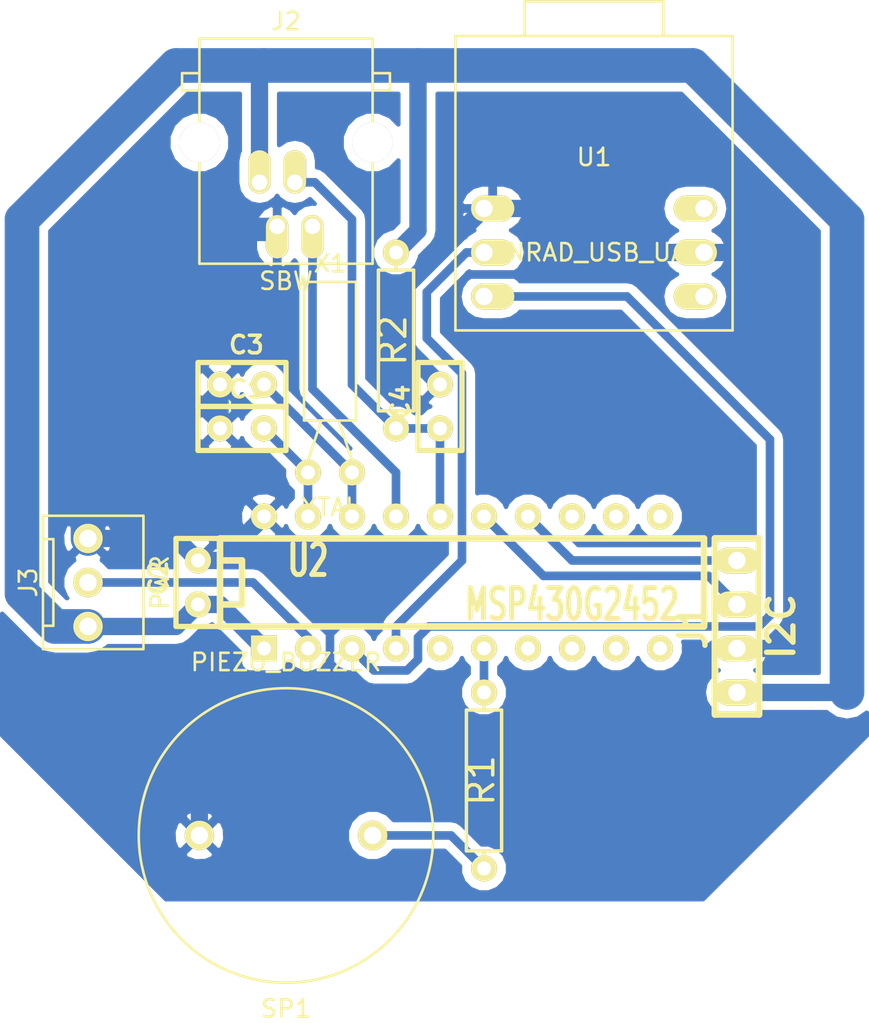
<source format=kicad_pcb>
(kicad_pcb (version 3) (host pcbnew "(2013-07-07 BZR 4022)-stable")

  (general
    (links 30)
    (no_connects 0)
    (area 149.225 103.915999 199.390001 163.229)
    (thickness 1.6)
    (drawings 0)
    (tracks 95)
    (zones 0)
    (modules 13)
    (nets 14)
  )

  (page A3)
  (layers
    (15 F.Cu signal)
    (0 B.Cu signal)
    (16 B.Adhes user)
    (17 F.Adhes user)
    (18 B.Paste user)
    (19 F.Paste user)
    (20 B.SilkS user)
    (21 F.SilkS user)
    (22 B.Mask user)
    (23 F.Mask user)
    (24 Dwgs.User user)
    (25 Cmts.User user)
    (26 Eco1.User user)
    (27 Eco2.User user)
    (28 Edge.Cuts user)
  )

  (setup
    (last_trace_width 0.5)
    (user_trace_width 0.5)
    (user_trace_width 1)
    (user_trace_width 2)
    (trace_clearance 0.254)
    (zone_clearance 0.508)
    (zone_45_only no)
    (trace_min 0.254)
    (segment_width 0.2)
    (edge_width 0.1)
    (via_size 0.889)
    (via_drill 0.635)
    (via_min_size 0.889)
    (via_min_drill 0.508)
    (uvia_size 0.508)
    (uvia_drill 0.127)
    (uvias_allowed no)
    (uvia_min_size 0.508)
    (uvia_min_drill 0.127)
    (pcb_text_width 0.3)
    (pcb_text_size 1.5 1.5)
    (mod_edge_width 0.15)
    (mod_text_size 1 1)
    (mod_text_width 0.15)
    (pad_size 2.5 1.5)
    (pad_drill 1)
    (pad_to_mask_clearance 0)
    (aux_axis_origin 0 0)
    (visible_elements FFFFFFBF)
    (pcbplotparams
      (layerselection 3178497)
      (usegerberextensions true)
      (excludeedgelayer true)
      (linewidth 0.150000)
      (plotframeref false)
      (viasonmask false)
      (mode 1)
      (useauxorigin false)
      (hpglpennumber 1)
      (hpglpenspeed 20)
      (hpglpendiameter 15)
      (hpglpenoverlay 2)
      (psnegative false)
      (psa4output false)
      (plotreference true)
      (plotvalue true)
      (plotothertext true)
      (plotinvisibletext false)
      (padsonsilk false)
      (subtractmaskfromsilk false)
      (outputformat 1)
      (mirror false)
      (drillshape 1)
      (scaleselection 1)
      (outputdirectory ""))
  )

  (net 0 "")
  (net 1 GND)
  (net 2 N-000001)
  (net 3 N-0000012)
  (net 4 N-0000013)
  (net 5 N-0000014)
  (net 6 N-000002)
  (net 7 N-0000023)
  (net 8 N-000004)
  (net 9 N-000005)
  (net 10 N-000007)
  (net 11 N-000008)
  (net 12 N-000009)
  (net 13 VCC)

  (net_class Default "This is the default net class."
    (clearance 0.254)
    (trace_width 0.254)
    (via_dia 0.889)
    (via_drill 0.635)
    (uvia_dia 0.508)
    (uvia_drill 0.127)
    (add_net "")
    (add_net GND)
    (add_net N-000001)
    (add_net N-0000012)
    (add_net N-0000013)
    (add_net N-0000014)
    (add_net N-000002)
    (add_net N-0000023)
    (add_net N-000004)
    (add_net N-000005)
    (add_net N-000007)
    (add_net N-000008)
    (add_net N-000009)
    (add_net VCC)
  )

  (module XTAL_KHZ (layer F.Cu) (tedit 52C9BED8) (tstamp 52C9F6D2)
    (at 168.275 131.445)
    (path /52C96CB2)
    (fp_text reference X1 (at 0 -12.065) (layer F.SilkS)
      (effects (font (size 1 1) (thickness 0.15)))
    )
    (fp_text value XTAL (at 0 2) (layer F.SilkS)
      (effects (font (size 1 1) (thickness 0.15)))
    )
    (fp_line (start 0.5 -3) (end 1.5 0) (layer F.SilkS) (width 0.15))
    (fp_line (start -0.5 -3) (end -1.5 0) (layer F.SilkS) (width 0.15))
    (fp_line (start -1.5 -3) (end 1.5 -3) (layer F.SilkS) (width 0.15))
    (fp_line (start 1.5 -3) (end 1.5 -11) (layer F.SilkS) (width 0.15))
    (fp_line (start 1.5 -11) (end -1.5 -11) (layer F.SilkS) (width 0.15))
    (fp_line (start -1.5 -11) (end -1.5 -3) (layer F.SilkS) (width 0.15))
    (pad 1 thru_hole circle (at -1.27 0) (size 1.5 1.5) (drill 0.8)
      (layers *.Cu *.Mask F.SilkS)
      (net 4 N-0000013)
    )
    (pad 2 thru_hole circle (at 1.27 0) (size 1.5 1.5) (drill 0.8)
      (layers *.Cu *.Mask F.SilkS)
      (net 5 N-0000014)
    )
  )

  (module SY011M4P4C (layer F.Cu) (tedit 52C9B665) (tstamp 52C9F6E6)
    (at 165.735 112.395)
    (descr "RJ9/10/20 4P4C connector 90 deg")
    (tags RJ)
    (path /52C96DE3)
    (fp_text reference J2 (at 0 -7) (layer F.SilkS)
      (effects (font (size 1 1) (thickness 0.15)))
    )
    (fp_text value SBW (at 0 8) (layer F.SilkS)
      (effects (font (size 1 1) (thickness 0.15)))
    )
    (fp_line (start 5 -4) (end 6 -4) (layer F.SilkS) (width 0.15))
    (fp_line (start 6 -4) (end 6 -3) (layer F.SilkS) (width 0.15))
    (fp_line (start 6 -3) (end 5 -3) (layer F.SilkS) (width 0.15))
    (fp_line (start -5 -4) (end -6 -4) (layer F.SilkS) (width 0.15))
    (fp_line (start -6 -4) (end -6 -3) (layer F.SilkS) (width 0.15))
    (fp_line (start -6 -3) (end -5 -3) (layer F.SilkS) (width 0.15))
    (fp_line (start -5 -6) (end 5 -6) (layer F.SilkS) (width 0.15))
    (fp_line (start 5 -6) (end 5 7) (layer F.SilkS) (width 0.15))
    (fp_line (start 5 7) (end -5 7) (layer F.SilkS) (width 0.15))
    (fp_line (start -5 7) (end -5 -6) (layer F.SilkS) (width 0.15))
    (pad "" thru_hole circle (at -5 0) (size 2.3 2.3) (drill 2.3)
      (layers *.Cu *.Mask F.SilkS)
    )
    (pad "" thru_hole circle (at 5 0) (size 2.3 2.3) (drill 2.3)
      (layers *.Cu *.Mask F.SilkS)
    )
    (pad 1 thru_hole oval (at -1.53 2.3) (size 1.3 2.5) (drill 0.9 (offset 0 -0.6))
      (layers *.Cu *.Mask F.SilkS)
      (net 13 VCC)
    )
    (pad 2 thru_hole oval (at -0.51 4.84) (size 1.3 2.5) (drill 0.9 (offset 0 0.6))
      (layers *.Cu *.Mask F.SilkS)
      (net 1 GND)
    )
    (pad 3 thru_hole oval (at 0.51 2.3) (size 1.3 2.5) (drill 0.9 (offset 0 -0.6))
      (layers *.Cu *.Mask F.SilkS)
      (net 7 N-0000023)
    )
    (pad 4 thru_hole oval (at 1.53 4.84) (size 1.3 2.5) (drill 0.9 (offset 0 0.6))
      (layers *.Cu *.Mask F.SilkS)
      (net 6 N-000002)
    )
  )

  (module R4 (layer F.Cu) (tedit 52119F90) (tstamp 52C9F6F3)
    (at 172.085 123.825 270)
    (descr "Resitance 4 pas")
    (tags R)
    (path /52C96C65)
    (autoplace_cost180 10)
    (fp_text reference R2 (at 0 0.18 270) (layer F.SilkS)
      (effects (font (size 1.5 1.5) (thickness 0.2032)))
    )
    (fp_text value 47k (at 0 0 270) (layer F.SilkS) hide
      (effects (font (size 1.397 1.27) (thickness 0.2032)))
    )
    (fp_line (start -5.08 0) (end -4.064 0) (layer F.SilkS) (width 0.2))
    (fp_line (start -4.064 0) (end -4.064 -1.016) (layer F.SilkS) (width 0.2))
    (fp_line (start -4.064 -1.016) (end 4.064 -1.016) (layer F.SilkS) (width 0.2))
    (fp_line (start 4.064 -1.016) (end 4.064 1.016) (layer F.SilkS) (width 0.2))
    (fp_line (start 4.064 1.016) (end -4.064 1.016) (layer F.SilkS) (width 0.2))
    (fp_line (start -4.064 1.016) (end -4.064 0) (layer F.SilkS) (width 0.2))
    (fp_line (start 5.08 0) (end 4.064 0) (layer F.SilkS) (width 0.2))
    (pad 1 thru_hole circle (at -5.08 0 270) (size 1.5 1.5) (drill 0.8001)
      (layers *.Cu *.Mask F.SilkS)
      (net 13 VCC)
    )
    (pad 2 thru_hole circle (at 5.08 0 270) (size 1.5 1.5) (drill 0.8001)
      (layers *.Cu *.Mask F.SilkS)
      (net 7 N-0000023)
    )
    (model discret/resistor.wrl
      (at (xyz 0 0 0))
      (scale (xyz 0.4 0.4 0.4))
      (rotate (xyz 0 0 0))
    )
  )

  (module R4 (layer F.Cu) (tedit 52119F90) (tstamp 52C9F700)
    (at 177.165 149.225 270)
    (descr "Resitance 4 pas")
    (tags R)
    (path /52C972DE)
    (autoplace_cost180 10)
    (fp_text reference R1 (at 0 0.18 270) (layer F.SilkS)
      (effects (font (size 1.5 1.5) (thickness 0.2032)))
    )
    (fp_text value 1k (at 0 0 270) (layer F.SilkS) hide
      (effects (font (size 1.397 1.27) (thickness 0.2032)))
    )
    (fp_line (start -5.08 0) (end -4.064 0) (layer F.SilkS) (width 0.2))
    (fp_line (start -4.064 0) (end -4.064 -1.016) (layer F.SilkS) (width 0.2))
    (fp_line (start -4.064 -1.016) (end 4.064 -1.016) (layer F.SilkS) (width 0.2))
    (fp_line (start 4.064 -1.016) (end 4.064 1.016) (layer F.SilkS) (width 0.2))
    (fp_line (start 4.064 1.016) (end -4.064 1.016) (layer F.SilkS) (width 0.2))
    (fp_line (start -4.064 1.016) (end -4.064 0) (layer F.SilkS) (width 0.2))
    (fp_line (start 5.08 0) (end 4.064 0) (layer F.SilkS) (width 0.2))
    (pad 1 thru_hole circle (at -5.08 0 270) (size 1.5 1.5) (drill 0.8001)
      (layers *.Cu *.Mask F.SilkS)
      (net 9 N-000005)
    )
    (pad 2 thru_hole circle (at 5.08 0 270) (size 1.5 1.5) (drill 0.8001)
      (layers *.Cu *.Mask F.SilkS)
      (net 8 N-000004)
    )
    (model discret/resistor.wrl
      (at (xyz 0 0 0))
      (scale (xyz 0.4 0.4 0.4))
      (rotate (xyz 0 0 0))
    )
  )

  (module PIEZO_BUZZER_D17 (layer F.Cu) (tedit 52C9DC61) (tstamp 52C9F707)
    (at 165.735 152.4 180)
    (path /52C972CF)
    (fp_text reference SP1 (at 0 -10 180) (layer F.SilkS)
      (effects (font (size 1 1) (thickness 0.15)))
    )
    (fp_text value PIEZO_BUZZER (at 0 10 180) (layer F.SilkS)
      (effects (font (size 1 1) (thickness 0.15)))
    )
    (fp_circle (center 0 0) (end 8.5 0) (layer F.SilkS) (width 0.15))
    (pad 1 thru_hole circle (at -5 0 180) (size 1.7 1.7) (drill 1)
      (layers *.Cu *.Mask F.SilkS)
      (net 8 N-000004)
    )
    (pad 2 thru_hole circle (at 5 0 180) (size 1.7 1.7) (drill 1)
      (layers *.Cu *.Mask F.SilkS)
      (net 1 GND)
    )
  )

  (module HDR-4 (layer F.Cu) (tedit 52CA323D) (tstamp 52C9F713)
    (at 191.77 140.335 90)
    (path /52C96F87)
    (fp_text reference J1 (at 0 -2.54 90) (layer F.SilkS)
      (effects (font (size 1.524 1.524) (thickness 0.3048)))
    )
    (fp_text value I2C (at 0 2.54 90) (layer F.SilkS)
      (effects (font (size 1.524 1.524) (thickness 0.3048)))
    )
    (fp_line (start -5.08 1.27) (end 5.08 1.27) (layer F.SilkS) (width 0.39878))
    (fp_line (start -5.08 -1.27) (end 5.08 -1.27) (layer F.SilkS) (width 0.39878))
    (fp_line (start 5.08 -1.27) (end 5.08 1.27) (layer F.SilkS) (width 0.39878))
    (fp_line (start -5.08 -1.27) (end -5.08 1.27) (layer F.SilkS) (width 0.381))
    (pad 1 thru_hole oval (at -3.81 0 90) (size 1.5 2.5) (drill 1)
      (layers *.Cu *.Mask F.SilkS)
      (net 13 VCC)
    )
    (pad 2 thru_hole oval (at -1.27 0 90) (size 1.5 2.5) (drill 1)
      (layers *.Cu *.Mask F.SilkS)
      (net 1 GND)
    )
    (pad 3 thru_hole oval (at 1.27 0 90) (size 1.5 2.5) (drill 1)
      (layers *.Cu *.Mask F.SilkS)
      (net 10 N-000007)
    )
    (pad 4 thru_hole oval (at 3.81 0 90) (size 1.5 2.5) (drill 1)
      (layers *.Cu *.Mask F.SilkS)
      (net 11 N-000008)
    )
  )

  (module DIP-20__300LP (layer F.Cu) (tedit 52C984F3) (tstamp 52C9F732)
    (at 175.895 137.795)
    (descr "20 pins DIL package, large round pads")
    (tags DIL)
    (path /52C96AD2)
    (fp_text reference U2 (at -8.89 -1.27) (layer F.SilkS)
      (effects (font (size 1.778 1.143) (thickness 0.3048)))
    )
    (fp_text value MSP430G2452 (at 6.35 1.27) (layer F.SilkS)
      (effects (font (size 1.778 1.143) (thickness 0.3048)))
    )
    (fp_line (start -13.97 -1.27) (end -12.7 -1.27) (layer F.SilkS) (width 0.381))
    (fp_line (start -12.7 -1.27) (end -12.7 1.27) (layer F.SilkS) (width 0.381))
    (fp_line (start -12.7 1.27) (end -13.97 1.27) (layer F.SilkS) (width 0.381))
    (fp_line (start -13.97 -2.54) (end 13.97 -2.54) (layer F.SilkS) (width 0.381))
    (fp_line (start 13.97 -2.54) (end 13.97 2.54) (layer F.SilkS) (width 0.381))
    (fp_line (start 13.97 2.54) (end -13.97 2.54) (layer F.SilkS) (width 0.381))
    (fp_line (start -13.97 2.54) (end -13.97 -2.54) (layer F.SilkS) (width 0.381))
    (pad 1 thru_hole rect (at -11.43 3.81) (size 1.5 1.5) (drill 0.8)
      (layers *.Cu *.Mask F.SilkS)
      (net 13 VCC)
    )
    (pad 2 thru_hole circle (at -8.89 3.81) (size 1.5 1.5) (drill 0.8)
      (layers *.Cu *.Mask F.SilkS)
      (net 2 N-000001)
    )
    (pad 3 thru_hole circle (at -6.35 3.81) (size 1.5 1.5) (drill 0.8)
      (layers *.Cu *.Mask F.SilkS)
      (net 12 N-000009)
    )
    (pad 4 thru_hole circle (at -3.81 3.81) (size 1.5 1.5) (drill 0.8)
      (layers *.Cu *.Mask F.SilkS)
      (net 3 N-0000012)
    )
    (pad 5 thru_hole circle (at -1.27 3.81) (size 1.5 1.5) (drill 0.8)
      (layers *.Cu *.Mask F.SilkS)
    )
    (pad 6 thru_hole circle (at 1.27 3.81) (size 1.5 1.5) (drill 0.8)
      (layers *.Cu *.Mask F.SilkS)
      (net 9 N-000005)
    )
    (pad 7 thru_hole circle (at 3.81 3.81) (size 1.5 1.5) (drill 0.8)
      (layers *.Cu *.Mask F.SilkS)
    )
    (pad 8 thru_hole circle (at 6.35 3.81) (size 1.5 1.5) (drill 0.8)
      (layers *.Cu *.Mask F.SilkS)
    )
    (pad 9 thru_hole circle (at 8.89 3.81) (size 1.5 1.5) (drill 0.8)
      (layers *.Cu *.Mask F.SilkS)
    )
    (pad 10 thru_hole circle (at 11.43 3.81) (size 1.5 1.5) (drill 0.8)
      (layers *.Cu *.Mask F.SilkS)
    )
    (pad 11 thru_hole circle (at 11.43 -3.81) (size 1.5 1.5) (drill 0.8)
      (layers *.Cu *.Mask F.SilkS)
    )
    (pad 12 thru_hole circle (at 8.89 -3.81) (size 1.5 1.5) (drill 0.8)
      (layers *.Cu *.Mask F.SilkS)
    )
    (pad 13 thru_hole circle (at 6.35 -3.81) (size 1.5 1.5) (drill 0.8)
      (layers *.Cu *.Mask F.SilkS)
    )
    (pad 14 thru_hole circle (at 3.81 -3.81) (size 1.5 1.5) (drill 0.8)
      (layers *.Cu *.Mask F.SilkS)
      (net 11 N-000008)
    )
    (pad 15 thru_hole circle (at 1.27 -3.81) (size 1.5 1.5) (drill 0.8)
      (layers *.Cu *.Mask F.SilkS)
      (net 10 N-000007)
    )
    (pad 16 thru_hole circle (at -1.27 -3.81) (size 1.5 1.5) (drill 0.8)
      (layers *.Cu *.Mask F.SilkS)
      (net 7 N-0000023)
    )
    (pad 17 thru_hole circle (at -3.81 -3.81) (size 1.5 1.5) (drill 0.8)
      (layers *.Cu *.Mask F.SilkS)
      (net 6 N-000002)
    )
    (pad 18 thru_hole circle (at -6.35 -3.81) (size 1.5 1.5) (drill 0.8)
      (layers *.Cu *.Mask F.SilkS)
      (net 5 N-0000014)
    )
    (pad 19 thru_hole circle (at -8.89 -3.81) (size 1.5 1.5) (drill 0.8)
      (layers *.Cu *.Mask F.SilkS)
      (net 4 N-0000013)
    )
    (pad 20 thru_hole circle (at -11.43 -3.81) (size 1.5 1.5) (drill 0.8)
      (layers *.Cu *.Mask F.SilkS)
      (net 1 GND)
    )
    (model dil/dil_20.wrl
      (at (xyz 0 0 0))
      (scale (xyz 1 1 1))
      (rotate (xyz 0 0 0))
    )
  )

  (module CONRAD_USB_UART (layer F.Cu) (tedit 52CA378B) (tstamp 52C9F743)
    (at 183.515 118.745)
    (path /52C97A31)
    (fp_text reference U1 (at 0 -5.5) (layer F.SilkS)
      (effects (font (size 1 1) (thickness 0.15)))
    )
    (fp_text value CONRAD_USB_UART (at 0 0) (layer F.SilkS)
      (effects (font (size 1 1) (thickness 0.15)))
    )
    (fp_line (start -4 -12.5) (end -4 -14.5) (layer F.SilkS) (width 0.15))
    (fp_line (start -4 -14.5) (end 4 -14.5) (layer F.SilkS) (width 0.15))
    (fp_line (start 4 -14.5) (end 4 -12.5) (layer F.SilkS) (width 0.15))
    (fp_line (start 8 4.5) (end -8 4.5) (layer F.SilkS) (width 0.15))
    (fp_line (start -8 4.5) (end -8 -12.5) (layer F.SilkS) (width 0.15))
    (fp_line (start -8 -12.5) (end 8 -12.5) (layer F.SilkS) (width 0.15))
    (fp_line (start 8 -12.5) (end 8 4.5) (layer F.SilkS) (width 0.15))
    (pad 2 thru_hole oval (at -6.35 0) (size 2.5 1.5) (drill 1 (offset 0.5 0))
      (layers *.Cu *.Mask F.SilkS)
      (net 3 N-0000012)
    )
    (pad 1 thru_hole oval (at -6.35 -2.54) (size 2.5 1.5) (drill 1 (offset 0.5 0))
      (layers *.Cu *.Mask F.SilkS)
      (net 1 GND)
    )
    (pad 3 thru_hole oval (at -6.35 2.54) (size 2.5 1.5) (drill 1 (offset 0.5 0))
      (layers *.Cu *.Mask F.SilkS)
      (net 12 N-000009)
    )
    (pad 5 thru_hole oval (at 6.35 0) (size 2.5 1.5) (drill 1 (offset -0.5 0))
      (layers *.Cu *.Mask F.SilkS)
      (net 1 GND)
    )
    (pad 6 thru_hole oval (at 6.35 -2.54) (size 2.5 1.5) (drill 1 (offset -0.5 0))
      (layers *.Cu *.Mask F.SilkS)
    )
    (pad 4 thru_hole oval (at 6.35 2.54) (size 2.5 1.5) (drill 1 (offset -0.5 0))
      (layers *.Cu *.Mask F.SilkS)
    )
  )

  (module CONN_NCW254-03S (layer F.Cu) (tedit 525A1FCA) (tstamp 52C9F751)
    (at 154.305 137.795 90)
    (path /52C96DD4)
    (fp_text reference J3 (at 0 -3.45 90) (layer F.SilkS)
      (effects (font (size 1 1) (thickness 0.15)))
    )
    (fp_text value PWR (at 0 4.15 90) (layer F.SilkS)
      (effects (font (size 1 1) (thickness 0.15)))
    )
    (fp_line (start 2.5 -2) (end -2.5 -2) (layer F.SilkS) (width 0.15))
    (fp_line (start 2.5 -2.6) (end 2.5 -2) (layer F.SilkS) (width 0.15))
    (fp_line (start -2.5 -2.6) (end -2.5 -2) (layer F.SilkS) (width 0.15))
    (fp_line (start 3.85 -2.6) (end 3.85 3.2) (layer F.SilkS) (width 0.15))
    (fp_line (start -3.85 -2.6) (end 3.85 -2.6) (layer F.SilkS) (width 0.15))
    (fp_line (start -3.85 3.2) (end -3.85 -2.6) (layer F.SilkS) (width 0.15))
    (fp_line (start -3.85 3.2) (end 3.85 3.2) (layer F.SilkS) (width 0.15))
    (pad 2 thru_hole circle (at 0 0 90) (size 1.7 1.7) (drill 1)
      (layers *.Cu *.Mask F.SilkS)
      (net 2 N-000001)
    )
    (pad 3 thru_hole circle (at 2.54 0 90) (size 1.7 1.7) (drill 1)
      (layers *.Cu *.Mask F.SilkS)
      (net 1 GND)
    )
    (pad 1 thru_hole circle (at -2.54 0 90) (size 1.7 1.7) (drill 1)
      (layers *.Cu *.Mask F.SilkS)
      (net 13 VCC)
    )
  )

  (module C1 (layer F.Cu) (tedit 52C9DEC1) (tstamp 52C9F75B)
    (at 174.625 127.635 90)
    (descr "Condensateur e = 1 pas")
    (tags C)
    (path /52C96C91)
    (fp_text reference C4 (at 0.254 -2.286 90) (layer F.SilkS)
      (effects (font (size 1.016 1.016) (thickness 0.2032)))
    )
    (fp_text value 1nF (at 0 -2.286 90) (layer F.SilkS) hide
      (effects (font (size 1.016 1.016) (thickness 0.2032)))
    )
    (fp_line (start -2.4892 -1.27) (end 2.54 -1.27) (layer F.SilkS) (width 0.3048))
    (fp_line (start 2.54 -1.27) (end 2.54 1.27) (layer F.SilkS) (width 0.3048))
    (fp_line (start 2.54 1.27) (end -2.54 1.27) (layer F.SilkS) (width 0.3048))
    (fp_line (start -2.54 1.27) (end -2.54 -1.27) (layer F.SilkS) (width 0.3048))
    (pad 1 thru_hole circle (at -1.27 0 90) (size 1.5 1.5) (drill 0.8001)
      (layers *.Cu *.Mask F.SilkS)
      (net 7 N-0000023)
    )
    (pad 2 thru_hole circle (at 1.27 0 90) (size 1.5 1.5) (drill 0.8001)
      (layers *.Cu *.Mask F.SilkS)
      (net 1 GND)
    )
    (model discret/capa_1_pas.wrl
      (at (xyz 0 0 0))
      (scale (xyz 1 1 1))
      (rotate (xyz 0 0 0))
    )
  )

  (module C1 (layer F.Cu) (tedit 52C9DE0A) (tstamp 52C9F765)
    (at 163.195 128.905)
    (descr "Condensateur e = 1 pas")
    (tags C)
    (path /52C96CC1)
    (fp_text reference C1 (at 0.254 -2.286) (layer F.SilkS)
      (effects (font (size 1.016 1.016) (thickness 0.2032)))
    )
    (fp_text value 12pF (at 0 -2.286) (layer F.SilkS) hide
      (effects (font (size 1.016 1.016) (thickness 0.2032)))
    )
    (fp_line (start -2.4892 -1.27) (end 2.54 -1.27) (layer F.SilkS) (width 0.3048))
    (fp_line (start 2.54 -1.27) (end 2.54 1.27) (layer F.SilkS) (width 0.3048))
    (fp_line (start 2.54 1.27) (end -2.54 1.27) (layer F.SilkS) (width 0.3048))
    (fp_line (start -2.54 1.27) (end -2.54 -1.27) (layer F.SilkS) (width 0.3048))
    (pad 1 thru_hole circle (at -1.27 0) (size 1.5 1.5) (drill 0.8001)
      (layers *.Cu *.Mask F.SilkS)
      (net 1 GND)
    )
    (pad 2 thru_hole circle (at 1.27 0) (size 1.5 1.5) (drill 0.8001)
      (layers *.Cu *.Mask F.SilkS)
      (net 4 N-0000013)
    )
    (model discret/capa_1_pas.wrl
      (at (xyz 0 0 0))
      (scale (xyz 1 1 1))
      (rotate (xyz 0 0 0))
    )
  )

  (module C1 (layer F.Cu) (tedit 52C9DDA5) (tstamp 52C9F76F)
    (at 163.195 126.365)
    (descr "Condensateur e = 1 pas")
    (tags C)
    (path /52C96CD0)
    (fp_text reference C3 (at 0.254 -2.286) (layer F.SilkS)
      (effects (font (size 1.016 1.016) (thickness 0.2032)))
    )
    (fp_text value 12pF (at 0 -2.286) (layer F.SilkS) hide
      (effects (font (size 1.016 1.016) (thickness 0.2032)))
    )
    (fp_line (start -2.4892 -1.27) (end 2.54 -1.27) (layer F.SilkS) (width 0.3048))
    (fp_line (start 2.54 -1.27) (end 2.54 1.27) (layer F.SilkS) (width 0.3048))
    (fp_line (start 2.54 1.27) (end -2.54 1.27) (layer F.SilkS) (width 0.3048))
    (fp_line (start -2.54 1.27) (end -2.54 -1.27) (layer F.SilkS) (width 0.3048))
    (pad 1 thru_hole circle (at -1.27 0) (size 1.5 1.5) (drill 0.8001)
      (layers *.Cu *.Mask F.SilkS)
      (net 1 GND)
    )
    (pad 2 thru_hole circle (at 1.27 0) (size 1.5 1.5) (drill 0.8001)
      (layers *.Cu *.Mask F.SilkS)
      (net 5 N-0000014)
    )
    (model discret/capa_1_pas.wrl
      (at (xyz 0 0 0))
      (scale (xyz 1 1 1))
      (rotate (xyz 0 0 0))
    )
  )

  (module C1 (layer F.Cu) (tedit 52C9DE80) (tstamp 52C9F779)
    (at 160.655 137.795 90)
    (descr "Condensateur e = 1 pas")
    (tags C)
    (path /52C97BE0)
    (fp_text reference C2 (at 0.254 -2.286 90) (layer F.SilkS)
      (effects (font (size 1.016 1.016) (thickness 0.2032)))
    )
    (fp_text value 100nF (at 0 -2.286 90) (layer F.SilkS) hide
      (effects (font (size 1.016 1.016) (thickness 0.2032)))
    )
    (fp_line (start -2.4892 -1.27) (end 2.54 -1.27) (layer F.SilkS) (width 0.3048))
    (fp_line (start 2.54 -1.27) (end 2.54 1.27) (layer F.SilkS) (width 0.3048))
    (fp_line (start 2.54 1.27) (end -2.54 1.27) (layer F.SilkS) (width 0.3048))
    (fp_line (start -2.54 1.27) (end -2.54 -1.27) (layer F.SilkS) (width 0.3048))
    (pad 1 thru_hole circle (at -1.27 0 90) (size 1.5 1.5) (drill 0.8001)
      (layers *.Cu *.Mask F.SilkS)
      (net 13 VCC)
    )
    (pad 2 thru_hole circle (at 1.27 0 90) (size 1.5 1.5) (drill 0.8001)
      (layers *.Cu *.Mask F.SilkS)
      (net 1 GND)
    )
    (model discret/capa_1_pas.wrl
      (at (xyz 0 0 0))
      (scale (xyz 1 1 1))
      (rotate (xyz 0 0 0))
    )
  )

  (segment (start 179.324 120.015) (end 176.276 120.015) (width 0.5) (layer B.Cu) (net 1) (tstamp 52CAFFD1))
  (segment (start 180.721 118.618) (end 179.324 120.015) (width 0.5) (layer B.Cu) (net 1) (tstamp 52CAFFD0))
  (segment (start 180.721 116.205) (end 180.721 118.618) (width 0.5) (layer B.Cu) (net 1))
  (segment (start 180.721 116.205) (end 177.165 116.205) (width 1) (layer B.Cu) (net 1) (tstamp 52CAFFCE))
  (segment (start 177.165 116.205) (end 172.72 120.65) (width 1) (layer B.Cu) (net 1))
  (segment (start 172.72 124.46) (end 174.625 126.365) (width 1) (layer B.Cu) (net 1) (tstamp 52CAFF7D))
  (segment (start 172.72 120.65) (end 172.72 124.46) (width 1) (layer B.Cu) (net 1) (tstamp 52CAFF75))
  (segment (start 189.865 118.745) (end 186.055 118.745) (width 1) (layer B.Cu) (net 1))
  (segment (start 183.515 116.205) (end 180.721 116.205) (width 1) (layer B.Cu) (net 1) (tstamp 52CA374E))
  (segment (start 186.055 118.745) (end 183.515 116.205) (width 1) (layer B.Cu) (net 1) (tstamp 52CA374C))
  (segment (start 168.275 140.335) (end 168.275 142.875) (width 0.5) (layer B.Cu) (net 1))
  (segment (start 164.465 136.525) (end 168.275 140.335) (width 1) (layer B.Cu) (net 1) (tstamp 52CA3631))
  (segment (start 161.925 136.525) (end 164.465 136.525) (width 1) (layer B.Cu) (net 1))
  (segment (start 168.275 142.875) (end 168.275 146.685) (width 1) (layer B.Cu) (net 1))
  (segment (start 195.58 118.745) (end 189.865 118.745) (width 1) (layer B.Cu) (net 1))
  (segment (start 191.77 141.605) (end 195.58 141.605) (width 1) (layer B.Cu) (net 1))
  (segment (start 195.58 141.605) (end 195.58 118.745) (width 2) (layer B.Cu) (net 1) (tstamp 52CA35B2))
  (segment (start 188.595 146.685) (end 188.595 143.51) (width 1) (layer B.Cu) (net 1))
  (segment (start 168.275 146.685) (end 188.595 146.685) (width 2) (layer B.Cu) (net 1) (tstamp 52CA363F))
  (segment (start 190.5 141.605) (end 191.77 141.605) (width 1) (layer B.Cu) (net 1) (tstamp 52CA3597))
  (segment (start 188.595 143.51) (end 190.5 141.605) (width 1) (layer B.Cu) (net 1) (tstamp 52CA3591))
  (segment (start 160.735 152.4) (end 160.735 146.765) (width 1) (layer B.Cu) (net 1))
  (segment (start 160.735 146.765) (end 160.815 146.685) (width 2) (layer B.Cu) (net 1) (tstamp 52CA3579))
  (segment (start 160.815 146.685) (end 168.275 146.685) (width 2) (layer B.Cu) (net 1) (tstamp 52CA357D))
  (segment (start 165.225 117.235) (end 154.305 117.235) (width 1) (layer B.Cu) (net 1))
  (segment (start 154.305 117.235) (end 154.305 117.475) (width 1) (layer B.Cu) (net 1) (tstamp 52CA3511))
  (segment (start 161.925 127.635) (end 154.305 127.635) (width 1) (layer B.Cu) (net 1))
  (segment (start 154.305 135.255) (end 154.305 127.635) (width 2) (layer B.Cu) (net 1))
  (segment (start 154.305 127.635) (end 154.305 117.475) (width 2) (layer B.Cu) (net 1) (tstamp 52CA350F))
  (segment (start 160.655 136.525) (end 161.925 136.525) (width 1) (layer B.Cu) (net 1))
  (segment (start 161.925 136.525) (end 164.465 133.985) (width 1) (layer B.Cu) (net 1) (tstamp 52CA34CC))
  (segment (start 154.305 135.255) (end 159.385 135.255) (width 1) (layer B.Cu) (net 1))
  (segment (start 159.385 135.255) (end 160.655 136.525) (width 1) (layer B.Cu) (net 1) (tstamp 52CA2D69))
  (segment (start 161.925 126.365) (end 161.925 127.635) (width 1) (layer B.Cu) (net 1))
  (segment (start 161.925 127.635) (end 161.925 128.905) (width 1) (layer B.Cu) (net 1) (tstamp 52CA350B))
  (segment (start 154.305 137.795) (end 163.83 137.795) (width 0.5) (layer B.Cu) (net 2))
  (segment (start 167.005 140.97) (end 167.005 141.605) (width 0.5) (layer B.Cu) (net 2) (tstamp 52CA2D7B))
  (segment (start 163.83 137.795) (end 167.005 140.97) (width 0.5) (layer B.Cu) (net 2) (tstamp 52CA2D78))
  (segment (start 175.895 136.525) (end 175.895 125.73) (width 0.5) (layer B.Cu) (net 3))
  (segment (start 172.085 140.335) (end 175.895 136.525) (width 0.5) (layer B.Cu) (net 3) (tstamp 52CA30C8))
  (segment (start 172.085 141.605) (end 172.085 140.335) (width 0.5) (layer B.Cu) (net 3))
  (segment (start 176.149 118.745) (end 177.165 118.745) (width 0.5) (layer B.Cu) (net 3) (tstamp 52CAFFBF))
  (segment (start 173.863 121.031) (end 176.149 118.745) (width 0.5) (layer B.Cu) (net 3) (tstamp 52CAFFBE))
  (segment (start 173.863 123.698) (end 173.863 121.031) (width 0.5) (layer B.Cu) (net 3) (tstamp 52CAFFB9))
  (segment (start 175.895 125.73) (end 173.863 123.698) (width 0.5) (layer B.Cu) (net 3) (tstamp 52CAFFB4))
  (segment (start 164.465 128.905) (end 167.005 131.445) (width 0.5) (layer B.Cu) (net 4))
  (segment (start 167.005 131.445) (end 167.005 133.985) (width 0.5) (layer B.Cu) (net 4))
  (segment (start 164.465 126.365) (end 169.545 131.445) (width 0.5) (layer B.Cu) (net 5))
  (segment (start 169.545 131.445) (end 169.545 133.985) (width 0.5) (layer B.Cu) (net 5))
  (segment (start 167.265 117.235) (end 167.265 126.625) (width 0.5) (layer B.Cu) (net 6))
  (segment (start 172.085 131.445) (end 172.085 133.985) (width 0.5) (layer B.Cu) (net 6) (tstamp 52CA2BCC))
  (segment (start 167.265 126.625) (end 172.085 131.445) (width 0.5) (layer B.Cu) (net 6) (tstamp 52CA2BC5))
  (segment (start 166.245 114.695) (end 167.4 114.695) (width 0.5) (layer B.Cu) (net 7))
  (segment (start 169.545 126.365) (end 172.085 128.905) (width 0.5) (layer B.Cu) (net 7) (tstamp 52CA2BDB))
  (segment (start 169.545 116.84) (end 169.545 126.365) (width 0.5) (layer B.Cu) (net 7) (tstamp 52CA2BD6))
  (segment (start 167.4 114.695) (end 169.545 116.84) (width 0.5) (layer B.Cu) (net 7) (tstamp 52CA2BD1))
  (segment (start 174.625 128.905) (end 172.085 128.905) (width 0.5) (layer B.Cu) (net 7))
  (segment (start 174.625 128.905) (end 174.625 131.445) (width 0.5) (layer B.Cu) (net 7))
  (segment (start 174.625 131.445) (end 174.625 133.985) (width 0.5) (layer B.Cu) (net 7))
  (segment (start 170.735 152.4) (end 175.26 152.4) (width 0.5) (layer B.Cu) (net 8))
  (segment (start 175.26 152.4) (end 177.165 154.305) (width 0.5) (layer B.Cu) (net 8) (tstamp 52C9F992))
  (segment (start 177.165 141.605) (end 177.165 144.145) (width 0.5) (layer B.Cu) (net 9))
  (segment (start 191.77 139.065) (end 190.119 137.414) (width 0.5) (layer B.Cu) (net 10))
  (segment (start 180.594 137.414) (end 177.165 133.985) (width 0.5) (layer B.Cu) (net 10) (tstamp 52C9F99B))
  (segment (start 190.119 137.414) (end 180.594 137.414) (width 0.5) (layer B.Cu) (net 10) (tstamp 52C9F99A))
  (segment (start 191.77 136.525) (end 182.245 136.525) (width 0.5) (layer B.Cu) (net 11))
  (segment (start 182.245 136.525) (end 179.705 133.985) (width 0.5) (layer B.Cu) (net 11) (tstamp 52C9F996))
  (segment (start 169.545 141.605) (end 170.815 142.875) (width 0.5) (layer B.Cu) (net 12))
  (segment (start 185.42 121.285) (end 177.165 121.285) (width 0.5) (layer B.Cu) (net 12) (tstamp 52CA32A6))
  (segment (start 193.675 129.54) (end 185.42 121.285) (width 0.5) (layer B.Cu) (net 12) (tstamp 52CA32A0))
  (segment (start 193.675 139.7) (end 193.675 129.54) (width 0.5) (layer B.Cu) (net 12) (tstamp 52CA329E))
  (segment (start 193.04 140.335) (end 193.675 139.7) (width 0.5) (layer B.Cu) (net 12) (tstamp 52CA329A))
  (segment (start 173.99 140.335) (end 193.04 140.335) (width 0.5) (layer B.Cu) (net 12) (tstamp 52CA3294))
  (segment (start 173.355 140.97) (end 173.99 140.335) (width 0.5) (layer B.Cu) (net 12) (tstamp 52CA3293))
  (segment (start 173.355 142.24) (end 173.355 140.97) (width 0.5) (layer B.Cu) (net 12) (tstamp 52CA3292))
  (segment (start 172.72 142.875) (end 173.355 142.24) (width 0.5) (layer B.Cu) (net 12) (tstamp 52CA3291))
  (segment (start 170.815 142.875) (end 172.72 142.875) (width 0.5) (layer B.Cu) (net 12) (tstamp 52CA328C))
  (segment (start 160.655 139.065) (end 161.925 139.065) (width 1) (layer B.Cu) (net 13))
  (segment (start 161.925 139.065) (end 164.465 141.605) (width 1) (layer B.Cu) (net 13) (tstamp 52CA3411))
  (segment (start 154.305 140.335) (end 159.385 140.335) (width 1) (layer B.Cu) (net 13))
  (segment (start 159.385 140.335) (end 160.655 139.065) (width 1) (layer B.Cu) (net 13) (tstamp 52CA3405))
  (segment (start 172.085 118.745) (end 173.355 117.475) (width 1) (layer B.Cu) (net 13))
  (segment (start 173.355 117.475) (end 173.355 107.95) (width 1) (layer B.Cu) (net 13) (tstamp 52CA33E6))
  (segment (start 164.205 114.695) (end 164.205 107.95) (width 1) (layer B.Cu) (net 13))
  (segment (start 164.205 107.95) (end 164.465 107.95) (width 1) (layer B.Cu) (net 13) (tstamp 52CA33D2))
  (segment (start 191.77 144.145) (end 198.12 144.145) (width 1) (layer B.Cu) (net 13))
  (segment (start 152.4 140.335) (end 150.495 138.43) (width 2) (layer B.Cu) (net 13) (tstamp 52CA3363))
  (segment (start 150.495 138.43) (end 150.495 116.84) (width 2) (layer B.Cu) (net 13) (tstamp 52CA336E))
  (segment (start 150.495 116.84) (end 159.385 107.95) (width 2) (layer B.Cu) (net 13) (tstamp 52CA336F))
  (segment (start 159.385 107.95) (end 164.465 107.95) (width 2) (layer B.Cu) (net 13) (tstamp 52CA337E))
  (segment (start 164.465 107.95) (end 173.355 107.95) (width 2) (layer B.Cu) (net 13) (tstamp 52CA33D7))
  (segment (start 173.355 107.95) (end 189.23 107.95) (width 2) (layer B.Cu) (net 13) (tstamp 52CA33DE))
  (segment (start 189.23 107.95) (end 198.12 116.84) (width 2) (layer B.Cu) (net 13) (tstamp 52CA3380))
  (segment (start 198.12 116.84) (end 198.12 144.145) (width 2) (layer B.Cu) (net 13) (tstamp 52CA3388))
  (segment (start 152.4 140.335) (end 154.305 140.335) (width 2) (layer B.Cu) (net 13))

  (zone (net 1) (net_name GND) (layer B.Cu) (tstamp 52CA37F8) (hatch edge 0.508)
    (connect_pads (clearance 0.508))
    (min_thickness 0.254)
    (fill (arc_segments 16) (thermal_gap 0.508) (thermal_bridge_width 0.508))
    (polygon
      (pts
        (xy 199.39 146.685) (xy 189.865 156.21) (xy 158.75 156.21) (xy 149.225 146.685) (xy 149.225 116.205)
        (xy 158.75 106.68) (xy 189.865 106.68) (xy 199.39 116.205)
      )
    )
    (filled_polygon
      (pts
        (xy 175.01 136.15842) (xy 171.45921 139.70921) (xy 171.267367 139.996325) (xy 171.256189 140.052515) (xy 171.199999 140.335)
        (xy 171.2 140.335005) (xy 171.2 140.531479) (xy 170.911539 140.819437) (xy 170.815023 141.051872) (xy 170.71983 140.821486)
        (xy 170.330563 140.431539) (xy 169.821702 140.220242) (xy 169.270715 140.219761) (xy 168.761486 140.43017) (xy 168.371539 140.819437)
        (xy 168.275023 141.051872) (xy 168.17983 140.821486) (xy 167.790563 140.431539) (xy 167.650196 140.373253) (xy 167.650195 140.373253)
        (xy 167.63079 140.34421) (xy 167.630786 140.344207) (xy 165.256912 137.970332) (xy 165.256912 134.956517) (xy 164.465 134.164605)
        (xy 164.285395 134.34421) (xy 164.285395 133.985) (xy 163.493483 133.193088) (xy 163.252542 133.261078) (xy 163.067802 133.78017)
        (xy 163.095772 134.330446) (xy 163.252542 134.708922) (xy 163.493483 134.776912) (xy 164.285395 133.985) (xy 164.285395 134.34421)
        (xy 163.673088 134.956517) (xy 163.741078 135.197458) (xy 164.26017 135.382198) (xy 164.810446 135.354228) (xy 165.188922 135.197458)
        (xy 165.256912 134.956517) (xy 165.256912 137.970332) (xy 164.45579 137.16921) (xy 164.168675 136.977367) (xy 164.112484 136.966189)
        (xy 163.83 136.909999) (xy 163.829994 136.91) (xy 162.716912 136.91) (xy 162.716912 129.876517) (xy 161.925 129.084605)
        (xy 161.745395 129.26421) (xy 161.745395 128.905) (xy 160.953483 128.113088) (xy 160.712542 128.181078) (xy 160.527802 128.70017)
        (xy 160.555772 129.250446) (xy 160.712542 129.628922) (xy 160.953483 129.696912) (xy 161.745395 128.905) (xy 161.745395 129.26421)
        (xy 161.133088 129.876517) (xy 161.201078 130.117458) (xy 161.72017 130.302198) (xy 162.270446 130.274228) (xy 162.648922 130.117458)
        (xy 162.716912 129.876517) (xy 162.716912 136.91) (xy 161.988077 136.91) (xy 162.052198 136.72983) (xy 162.024228 136.179554)
        (xy 161.867458 135.801078) (xy 161.626517 135.733088) (xy 161.446912 135.912693) (xy 161.446912 135.553483) (xy 161.378922 135.312542)
        (xy 160.85983 135.127802) (xy 160.309554 135.155772) (xy 159.931078 135.312542) (xy 159.863088 135.553483) (xy 160.655 136.345395)
        (xy 161.446912 135.553483) (xy 161.446912 135.912693) (xy 160.834605 136.525) (xy 160.848747 136.539142) (xy 160.669142 136.718747)
        (xy 160.655 136.704605) (xy 160.640857 136.718747) (xy 160.461252 136.539142) (xy 160.475395 136.525) (xy 159.683483 135.733088)
        (xy 159.442542 135.801078) (xy 159.257802 136.32017) (xy 159.285772 136.870446) (xy 159.302155 136.91) (xy 155.801717 136.91)
        (xy 155.801717 135.483721) (xy 155.775314 134.893543) (xy 155.600258 134.47092) (xy 155.348957 134.390648) (xy 155.169352 134.570253)
        (xy 155.169352 134.211043) (xy 155.08908 133.959742) (xy 154.533721 133.758283) (xy 153.943543 133.784686) (xy 153.52092 133.959742)
        (xy 153.440648 134.211043) (xy 154.305 135.075395) (xy 155.169352 134.211043) (xy 155.169352 134.570253) (xy 154.484605 135.255)
        (xy 155.348957 136.119352) (xy 155.600258 136.03908) (xy 155.801717 135.483721) (xy 155.801717 136.91) (xy 155.519819 136.91)
        (xy 155.147283 136.536813) (xy 155.099687 136.517049) (xy 155.169352 136.298957) (xy 154.305 135.434605) (xy 154.125395 135.61421)
        (xy 154.125395 135.255) (xy 153.261043 134.390648) (xy 153.009742 134.47092) (xy 152.808283 135.026279) (xy 152.834686 135.616457)
        (xy 153.009742 136.03908) (xy 153.261043 136.119352) (xy 154.125395 135.255) (xy 154.125395 135.61421) (xy 153.440648 136.298957)
        (xy 153.510181 136.51664) (xy 153.464914 136.535345) (xy 153.046813 136.952717) (xy 152.820259 137.49832) (xy 152.819744 138.089089)
        (xy 153.045345 138.635086) (xy 153.110145 138.7) (xy 153.077239 138.7) (xy 152.13 137.75276) (xy 152.13 117.517239)
        (xy 160.062239 109.585) (xy 163.07 109.585) (xy 163.07 112.888222) (xy 163.017815 112.966323) (xy 162.92 113.458071)
        (xy 162.92 114.731929) (xy 163.017815 115.223677) (xy 163.296368 115.640561) (xy 163.713252 115.919114) (xy 164.205 116.016929)
        (xy 164.696748 115.919114) (xy 165.113632 115.640561) (xy 165.225 115.473887) (xy 165.336368 115.640561) (xy 165.753252 115.919114)
        (xy 166.245 116.016929) (xy 166.736748 115.919114) (xy 167.117873 115.664453) (xy 167.391691 115.938271) (xy 167.265 115.913071)
        (xy 166.773252 116.010886) (xy 166.356368 116.289439) (xy 166.235638 116.470123) (xy 166.043829 116.236565) (xy 165.599415 115.999214)
        (xy 165.55047 115.991902) (xy 165.352 116.115934) (xy 165.352 117.708) (xy 165.372 117.708) (xy 165.372 117.962)
        (xy 165.352 117.962) (xy 165.352 119.554066) (xy 165.55047 119.678098) (xy 165.599415 119.670786) (xy 166.043829 119.433435)
        (xy 166.235638 119.199876) (xy 166.356368 119.380561) (xy 166.38 119.396351) (xy 166.38 126.624994) (xy 166.379999 126.625)
        (xy 166.436189 126.907484) (xy 166.447367 126.963675) (xy 166.63921 127.25079) (xy 169.448336 130.059916) (xy 169.411463 130.059883)
        (xy 165.849883 126.498303) (xy 165.850239 126.090715) (xy 165.63983 125.581486) (xy 165.250563 125.191539) (xy 165.098 125.128189)
        (xy 165.098 119.554066) (xy 165.098 117.962) (xy 165.098 117.708) (xy 165.098 116.115934) (xy 164.89953 115.991902)
        (xy 164.850585 115.999214) (xy 164.406171 116.236565) (xy 164.086416 116.625919) (xy 163.94 117.108) (xy 163.94 117.708)
        (xy 165.098 117.708) (xy 165.098 117.962) (xy 163.94 117.962) (xy 163.94 118.562) (xy 164.086416 119.044081)
        (xy 164.406171 119.433435) (xy 164.850585 119.670786) (xy 164.89953 119.678098) (xy 165.098 119.554066) (xy 165.098 125.128189)
        (xy 164.741702 124.980242) (xy 164.190715 124.979761) (xy 163.681486 125.19017) (xy 163.291539 125.579437) (xy 163.201621 125.795982)
        (xy 163.137458 125.641078) (xy 162.896517 125.573088) (xy 162.716912 125.752693) (xy 162.716912 125.393483) (xy 162.648922 125.152542)
        (xy 162.520309 125.106769) (xy 162.520309 112.041499) (xy 162.249132 111.3852) (xy 161.747441 110.882633) (xy 161.091616 110.610311)
        (xy 160.381499 110.609691) (xy 159.7252 110.880868) (xy 159.222633 111.382559) (xy 158.950311 112.038384) (xy 158.949691 112.748501)
        (xy 159.220868 113.4048) (xy 159.722559 113.907367) (xy 160.378384 114.179689) (xy 161.088501 114.180309) (xy 161.7448 113.909132)
        (xy 162.247367 113.407441) (xy 162.519689 112.751616) (xy 162.520309 112.041499) (xy 162.520309 125.106769) (xy 162.12983 124.967802)
        (xy 161.579554 124.995772) (xy 161.201078 125.152542) (xy 161.133088 125.393483) (xy 161.925 126.185395) (xy 162.716912 125.393483)
        (xy 162.716912 125.752693) (xy 162.104605 126.365) (xy 162.896517 127.156912) (xy 163.137458 127.088922) (xy 163.19673 126.922373)
        (xy 163.29017 127.148514) (xy 163.679437 127.538461) (xy 163.911872 127.634976) (xy 163.681486 127.73017) (xy 163.291539 128.119437)
        (xy 163.201621 128.335982) (xy 163.137458 128.181078) (xy 162.896517 128.113088) (xy 162.716912 128.292693) (xy 162.716912 127.933483)
        (xy 162.648922 127.692542) (xy 162.499482 127.639357) (xy 162.648922 127.577458) (xy 162.716912 127.336517) (xy 161.925 126.544605)
        (xy 161.745395 126.72421) (xy 161.745395 126.365) (xy 160.953483 125.573088) (xy 160.712542 125.641078) (xy 160.527802 126.16017)
        (xy 160.555772 126.710446) (xy 160.712542 127.088922) (xy 160.953483 127.156912) (xy 161.745395 126.365) (xy 161.745395 126.72421)
        (xy 161.133088 127.336517) (xy 161.201078 127.577458) (xy 161.350517 127.630642) (xy 161.201078 127.692542) (xy 161.133088 127.933483)
        (xy 161.925 128.725395) (xy 162.716912 127.933483) (xy 162.716912 128.292693) (xy 162.104605 128.905) (xy 162.896517 129.696912)
        (xy 163.137458 129.628922) (xy 163.19673 129.462373) (xy 163.29017 129.688514) (xy 163.679437 130.078461) (xy 164.188298 130.289758)
        (xy 164.598536 130.290116) (xy 165.620116 131.311696) (xy 165.619761 131.719285) (xy 165.83017 132.228514) (xy 166.12 132.51885)
        (xy 166.12 132.911479) (xy 165.831539 133.199437) (xy 165.741621 133.415982) (xy 165.677458 133.261078) (xy 165.436517 133.193088)
        (xy 165.256912 133.372693) (xy 165.256912 133.013483) (xy 165.188922 132.772542) (xy 164.66983 132.587802) (xy 164.119554 132.615772)
        (xy 163.741078 132.772542) (xy 163.673088 133.013483) (xy 164.465 133.805395) (xy 165.256912 133.013483) (xy 165.256912 133.372693)
        (xy 164.644605 133.985) (xy 165.436517 134.776912) (xy 165.677458 134.708922) (xy 165.73673 134.542373) (xy 165.83017 134.768514)
        (xy 166.219437 135.158461) (xy 166.728298 135.369758) (xy 167.279285 135.370239) (xy 167.788514 135.15983) (xy 168.178461 134.770563)
        (xy 168.274976 134.538127) (xy 168.37017 134.768514) (xy 168.759437 135.158461) (xy 169.268298 135.369758) (xy 169.819285 135.370239)
        (xy 170.328514 135.15983) (xy 170.718461 134.770563) (xy 170.814976 134.538127) (xy 170.91017 134.768514) (xy 171.299437 135.158461)
        (xy 171.808298 135.369758) (xy 172.359285 135.370239) (xy 172.868514 135.15983) (xy 173.258461 134.770563) (xy 173.354976 134.538127)
        (xy 173.45017 134.768514) (xy 173.839437 135.158461) (xy 174.348298 135.369758) (xy 174.899285 135.370239) (xy 175.01 135.324492)
        (xy 175.01 136.15842)
      )
    )
    (filled_polygon
      (pts
        (xy 192.79 135.236088) (xy 192.306929 135.14) (xy 191.233071 135.14) (xy 190.703054 135.245427) (xy 190.253728 135.545657)
        (xy 190.19069 135.64) (xy 182.611579 135.64) (xy 182.341663 135.370083) (xy 182.519285 135.370239) (xy 183.028514 135.15983)
        (xy 183.418461 134.770563) (xy 183.514976 134.538127) (xy 183.61017 134.768514) (xy 183.999437 135.158461) (xy 184.508298 135.369758)
        (xy 185.059285 135.370239) (xy 185.568514 135.15983) (xy 185.958461 134.770563) (xy 186.054976 134.538127) (xy 186.15017 134.768514)
        (xy 186.539437 135.158461) (xy 187.048298 135.369758) (xy 187.599285 135.370239) (xy 188.108514 135.15983) (xy 188.498461 134.770563)
        (xy 188.709758 134.261702) (xy 188.710239 133.710715) (xy 188.49983 133.201486) (xy 188.110563 132.811539) (xy 187.601702 132.600242)
        (xy 187.050715 132.599761) (xy 186.541486 132.81017) (xy 186.151539 133.199437) (xy 186.055023 133.431872) (xy 185.95983 133.201486)
        (xy 185.570563 132.811539) (xy 185.061702 132.600242) (xy 184.510715 132.599761) (xy 184.001486 132.81017) (xy 183.611539 133.199437)
        (xy 183.515023 133.431872) (xy 183.41983 133.201486) (xy 183.030563 132.811539) (xy 182.521702 132.600242) (xy 181.970715 132.599761)
        (xy 181.461486 132.81017) (xy 181.071539 133.199437) (xy 180.975023 133.431872) (xy 180.87983 133.201486) (xy 180.490563 132.811539)
        (xy 179.981702 132.600242) (xy 179.430715 132.599761) (xy 178.921486 132.81017) (xy 178.531539 133.199437) (xy 178.435023 133.431872)
        (xy 178.33983 133.201486) (xy 177.950563 132.811539) (xy 177.441702 132.600242) (xy 176.890715 132.599761) (xy 176.78 132.645507)
        (xy 176.78 125.73) (xy 176.779999 125.729999) (xy 176.78 125.729999) (xy 176.712633 125.391325) (xy 176.52079 125.10421)
        (xy 176.520786 125.104207) (xy 174.748 123.33142) (xy 174.748 121.397579) (xy 176.312084 119.833494) (xy 176.583726 120.015)
        (xy 176.148728 120.305657) (xy 175.848498 120.754983) (xy 175.743071 121.285) (xy 175.848498 121.815017) (xy 176.148728 122.264343)
        (xy 176.598054 122.564573) (xy 177.128071 122.67) (xy 178.201929 122.67) (xy 178.731946 122.564573) (xy 179.181272 122.264343)
        (xy 179.244309 122.17) (xy 185.05342 122.17) (xy 192.79 129.906579) (xy 192.79 135.236088)
      )
    )
    (filled_polygon
      (pts
        (xy 199.263 146.632395) (xy 189.812395 156.083) (xy 178.550239 156.083) (xy 178.550239 154.030715) (xy 178.33983 153.521486)
        (xy 177.950563 153.131539) (xy 177.441702 152.920242) (xy 177.031463 152.919883) (xy 175.88579 151.77421) (xy 175.598675 151.582367)
        (xy 175.542484 151.571189) (xy 175.26 151.514999) (xy 175.259994 151.515) (xy 171.949819 151.515) (xy 171.577283 151.141813)
        (xy 171.03168 150.915259) (xy 170.440911 150.914744) (xy 169.894914 151.140345) (xy 169.476813 151.557717) (xy 169.250259 152.10332)
        (xy 169.249744 152.694089) (xy 169.475345 153.240086) (xy 169.892717 153.658187) (xy 170.43832 153.884741) (xy 171.029089 153.885256)
        (xy 171.575086 153.659655) (xy 171.950395 153.285) (xy 174.89342 153.285) (xy 175.780116 154.171696) (xy 175.779761 154.579285)
        (xy 175.99017 155.088514) (xy 176.379437 155.478461) (xy 176.888298 155.689758) (xy 177.439285 155.690239) (xy 177.948514 155.47983)
        (xy 178.338461 155.090563) (xy 178.549758 154.581702) (xy 178.550239 154.030715) (xy 178.550239 156.083) (xy 162.231717 156.083)
        (xy 162.231717 152.628721) (xy 162.205314 152.038543) (xy 162.030258 151.61592) (xy 161.778957 151.535648) (xy 161.599352 151.715253)
        (xy 161.599352 151.356043) (xy 161.51908 151.104742) (xy 160.963721 150.903283) (xy 160.373543 150.929686) (xy 159.95092 151.104742)
        (xy 159.870648 151.356043) (xy 160.735 152.220395) (xy 161.599352 151.356043) (xy 161.599352 151.715253) (xy 160.914605 152.4)
        (xy 161.778957 153.264352) (xy 162.030258 153.18408) (xy 162.231717 152.628721) (xy 162.231717 156.083) (xy 161.599352 156.083)
        (xy 161.599352 153.443957) (xy 160.735 152.579605) (xy 160.555395 152.75921) (xy 160.555395 152.4) (xy 159.691043 151.535648)
        (xy 159.439742 151.61592) (xy 159.238283 152.171279) (xy 159.264686 152.761457) (xy 159.439742 153.18408) (xy 159.691043 153.264352)
        (xy 160.555395 152.4) (xy 160.555395 152.75921) (xy 159.870648 153.443957) (xy 159.95092 153.695258) (xy 160.506279 153.896717)
        (xy 161.096457 153.870314) (xy 161.51908 153.695258) (xy 161.599352 153.443957) (xy 161.599352 156.083) (xy 158.802605 156.083)
        (xy 149.352 146.632395) (xy 149.352 139.599239) (xy 151.243877 141.491116) (xy 151.24388 141.49112) (xy 151.774312 141.845542)
        (xy 151.774313 141.845543) (xy 152.275541 141.945243) (xy 152.399999 141.97) (xy 152.399999 141.969999) (xy 152.4 141.97)
        (xy 154.305 141.97) (xy 154.930687 141.845543) (xy 155.46112 141.49112) (xy 155.475231 141.47) (xy 159.385 141.47)
        (xy 159.819345 141.383603) (xy 159.819346 141.383603) (xy 160.187566 141.137566) (xy 160.87494 140.450191) (xy 160.929285 140.450239)
        (xy 161.438514 140.23983) (xy 161.46663 140.211762) (xy 163.07989 141.825022) (xy 163.07989 142.480755) (xy 163.176359 142.714229)
        (xy 163.354832 142.893013) (xy 163.588136 142.989889) (xy 163.840755 142.99011) (xy 165.340755 142.99011) (xy 165.574229 142.893641)
        (xy 165.753013 142.715168) (xy 165.849889 142.481864) (xy 165.849953 142.408331) (xy 166.219437 142.778461) (xy 166.728298 142.989758)
        (xy 167.279285 142.990239) (xy 167.788514 142.77983) (xy 168.178461 142.390563) (xy 168.274976 142.158127) (xy 168.37017 142.388514)
        (xy 168.759437 142.778461) (xy 169.268298 142.989758) (xy 169.678536 142.990116) (xy 170.189207 143.500786) (xy 170.18921 143.50079)
        (xy 170.476325 143.692633) (xy 170.815 143.760001) (xy 170.815 143.76) (xy 170.815005 143.76) (xy 172.719994 143.76)
        (xy 172.72 143.760001) (xy 172.72 143.76) (xy 173.002484 143.70381) (xy 173.058674 143.692633) (xy 173.058675 143.692633)
        (xy 173.34579 143.50079) (xy 173.980786 142.865792) (xy 173.980789 142.86579) (xy 173.98079 142.86579) (xy 173.995767 142.843374)
        (xy 174.348298 142.989758) (xy 174.899285 142.990239) (xy 175.408514 142.77983) (xy 175.798461 142.390563) (xy 175.894976 142.158127)
        (xy 175.99017 142.388514) (xy 176.28 142.67885) (xy 176.28 143.071479) (xy 175.991539 143.359437) (xy 175.780242 143.868298)
        (xy 175.779761 144.419285) (xy 175.99017 144.928514) (xy 176.379437 145.318461) (xy 176.888298 145.529758) (xy 177.439285 145.530239)
        (xy 177.948514 145.31983) (xy 178.338461 144.930563) (xy 178.549758 144.421702) (xy 178.550239 143.870715) (xy 178.33983 143.361486)
        (xy 178.05 143.071149) (xy 178.05 142.67852) (xy 178.338461 142.390563) (xy 178.434976 142.158127) (xy 178.53017 142.388514)
        (xy 178.919437 142.778461) (xy 179.428298 142.989758) (xy 179.979285 142.990239) (xy 180.488514 142.77983) (xy 180.878461 142.390563)
        (xy 180.974976 142.158127) (xy 181.07017 142.388514) (xy 181.459437 142.778461) (xy 181.968298 142.989758) (xy 182.519285 142.990239)
        (xy 183.028514 142.77983) (xy 183.418461 142.390563) (xy 183.514976 142.158127) (xy 183.61017 142.388514) (xy 183.999437 142.778461)
        (xy 184.508298 142.989758) (xy 185.059285 142.990239) (xy 185.568514 142.77983) (xy 185.958461 142.390563) (xy 186.054976 142.158127)
        (xy 186.15017 142.388514) (xy 186.539437 142.778461) (xy 187.048298 142.989758) (xy 187.599285 142.990239) (xy 188.108514 142.77983)
        (xy 188.498461 142.390563) (xy 188.709758 141.881702) (xy 188.710239 141.330715) (xy 188.664492 141.22) (xy 189.93635 141.22)
        (xy 189.927683 141.263815) (xy 190.050345 141.478) (xy 191.643 141.478) (xy 191.643 141.458) (xy 191.897 141.458)
        (xy 191.897 141.478) (xy 193.489655 141.478) (xy 193.612317 141.263815) (xy 193.598173 141.192316) (xy 193.523905 141.055593)
        (xy 193.66579 140.96079) (xy 194.300786 140.325792) (xy 194.300789 140.32579) (xy 194.30079 140.32579) (xy 194.492633 140.038675)
        (xy 194.56 139.7) (xy 194.56 129.54) (xy 194.559999 129.539999) (xy 194.56 129.539999) (xy 194.492633 129.201325)
        (xy 194.30079 128.91421) (xy 194.300786 128.914207) (xy 191.286929 125.900349) (xy 191.286929 121.285) (xy 191.286929 116.205)
        (xy 191.181502 115.674983) (xy 190.881272 115.225657) (xy 190.431946 114.925427) (xy 189.901929 114.82) (xy 188.828071 114.82)
        (xy 188.298054 114.925427) (xy 187.848728 115.225657) (xy 187.548498 115.674983) (xy 187.443071 116.205) (xy 187.548498 116.735017)
        (xy 187.848728 117.184343) (xy 188.298054 117.484573) (xy 188.30948 117.486845) (xy 188.217651 117.514028) (xy 187.795855 117.85546)
        (xy 187.536827 118.332316) (xy 187.522683 118.403815) (xy 187.645345 118.618) (xy 189.238 118.618) (xy 189.238 118.598)
        (xy 189.492 118.598) (xy 189.492 118.618) (xy 191.084655 118.618) (xy 191.207317 118.403815) (xy 191.193173 118.332316)
        (xy 190.934145 117.85546) (xy 190.512349 117.514028) (xy 190.420519 117.486845) (xy 190.431946 117.484573) (xy 190.881272 117.184343)
        (xy 191.181502 116.735017) (xy 191.286929 116.205) (xy 191.286929 121.285) (xy 191.181502 120.754983) (xy 190.881272 120.305657)
        (xy 190.431946 120.005427) (xy 190.420519 120.003154) (xy 190.512349 119.975972) (xy 190.934145 119.63454) (xy 191.193173 119.157684)
        (xy 191.207317 119.086185) (xy 191.084655 118.872) (xy 189.492 118.872) (xy 189.492 118.892) (xy 189.238 118.892)
        (xy 189.238 118.872) (xy 187.645345 118.872) (xy 187.522683 119.086185) (xy 187.536827 119.157684) (xy 187.795855 119.63454)
        (xy 188.217651 119.975972) (xy 188.30948 120.003154) (xy 188.298054 120.005427) (xy 187.848728 120.305657) (xy 187.548498 120.754983)
        (xy 187.443071 121.285) (xy 187.548498 121.815017) (xy 187.848728 122.264343) (xy 188.298054 122.564573) (xy 188.828071 122.67)
        (xy 189.901929 122.67) (xy 190.431946 122.564573) (xy 190.881272 122.264343) (xy 191.181502 121.815017) (xy 191.286929 121.285)
        (xy 191.286929 125.900349) (xy 186.04579 120.65921) (xy 185.758675 120.467367) (xy 185.702484 120.456189) (xy 185.42 120.399999)
        (xy 185.419994 120.4) (xy 179.244309 120.4) (xy 179.181272 120.305657) (xy 178.746273 120.015) (xy 179.181272 119.724343)
        (xy 179.481502 119.275017) (xy 179.586929 118.745) (xy 179.481502 118.214983) (xy 179.181272 117.765657) (xy 178.731946 117.465427)
        (xy 178.720519 117.463154) (xy 178.812349 117.435972) (xy 179.234145 117.09454) (xy 179.493173 116.617684) (xy 179.507317 116.546185)
        (xy 179.507317 115.863815) (xy 179.493173 115.792316) (xy 179.234145 115.31546) (xy 178.812349 114.974028) (xy 178.292 114.82)
        (xy 177.792 114.82) (xy 177.792 116.078) (xy 179.384655 116.078) (xy 179.507317 115.863815) (xy 179.507317 116.546185)
        (xy 179.384655 116.332) (xy 177.792 116.332) (xy 177.792 116.352) (xy 177.538 116.352) (xy 177.538 116.332)
        (xy 177.538 116.078) (xy 177.538 114.82) (xy 177.038 114.82) (xy 176.517651 114.974028) (xy 176.095855 115.31546)
        (xy 175.836827 115.792316) (xy 175.822683 115.863815) (xy 175.945345 116.078) (xy 177.538 116.078) (xy 177.538 116.332)
        (xy 175.945345 116.332) (xy 175.822683 116.546185) (xy 175.836827 116.617684) (xy 176.095855 117.09454) (xy 176.517651 117.435972)
        (xy 176.60948 117.463154) (xy 176.598054 117.465427) (xy 176.148728 117.765657) (xy 176.075986 117.874522) (xy 175.810325 117.927367)
        (xy 175.52321 118.11921) (xy 175.523207 118.119213) (xy 173.23721 120.40521) (xy 173.045367 120.692325) (xy 173.034189 120.748515)
        (xy 172.977999 121.031) (xy 172.978 121.031005) (xy 172.978 123.697994) (xy 172.977999 123.698) (xy 173.034189 123.980484)
        (xy 173.045367 124.036675) (xy 173.23721 124.32379) (xy 174.017668 125.104248) (xy 173.901078 125.152542) (xy 173.833088 125.393483)
        (xy 174.625 126.185395) (xy 174.639142 126.171252) (xy 174.818747 126.350857) (xy 174.804605 126.365) (xy 174.818747 126.379142)
        (xy 174.639142 126.558747) (xy 174.625 126.544605) (xy 174.445395 126.72421) (xy 174.445395 126.365) (xy 173.653483 125.573088)
        (xy 173.412542 125.641078) (xy 173.227802 126.16017) (xy 173.255772 126.710446) (xy 173.412542 127.088922) (xy 173.653483 127.156912)
        (xy 174.445395 126.365) (xy 174.445395 126.72421) (xy 173.833088 127.336517) (xy 173.901078 127.577458) (xy 174.067626 127.63673)
        (xy 173.841486 127.73017) (xy 173.551149 128.02) (xy 173.15852 128.02) (xy 172.870563 127.731539) (xy 172.361702 127.520242)
        (xy 171.951463 127.519883) (xy 170.43 125.99842) (xy 170.43 116.840005) (xy 170.43 116.84) (xy 170.430001 116.84)
        (xy 170.362633 116.501325) (xy 170.17079 116.21421) (xy 170.170786 116.214207) (xy 168.02579 114.06921) (xy 167.738675 113.877367)
        (xy 167.682484 113.866189) (xy 167.53 113.835858) (xy 167.53 113.458071) (xy 167.432185 112.966323) (xy 167.153632 112.549439)
        (xy 166.736748 112.270886) (xy 166.245 112.173071) (xy 165.753252 112.270886) (xy 165.34 112.547012) (xy 165.34 109.585)
        (xy 172.22 109.585) (xy 172.22 111.356017) (xy 171.747441 110.882633) (xy 171.091616 110.610311) (xy 170.381499 110.609691)
        (xy 169.7252 110.880868) (xy 169.222633 111.382559) (xy 168.950311 112.038384) (xy 168.949691 112.748501) (xy 169.220868 113.4048)
        (xy 169.722559 113.907367) (xy 170.378384 114.179689) (xy 171.088501 114.180309) (xy 171.7448 113.909132) (xy 172.22 113.43476)
        (xy 172.22 117.004868) (xy 171.865059 117.359808) (xy 171.810715 117.359761) (xy 171.301486 117.57017) (xy 170.911539 117.959437)
        (xy 170.700242 118.468298) (xy 170.699761 119.019285) (xy 170.91017 119.528514) (xy 171.299437 119.918461) (xy 171.808298 120.129758)
        (xy 172.359285 120.130239) (xy 172.868514 119.91983) (xy 173.258461 119.530563) (xy 173.469758 119.021702) (xy 173.469807 118.965324)
        (xy 174.157566 118.277566) (xy 174.403603 117.909346) (xy 174.403603 117.909345) (xy 174.49 117.475) (xy 174.49 109.585)
        (xy 188.55276 109.585) (xy 196.485 117.517239) (xy 196.485 143.01) (xy 193.053314 143.01) (xy 192.836946 142.865427)
        (xy 192.825519 142.863154) (xy 192.917349 142.835972) (xy 193.339145 142.49454) (xy 193.598173 142.017684) (xy 193.612317 141.946185)
        (xy 193.489655 141.732) (xy 191.897 141.732) (xy 191.897 141.752) (xy 191.643 141.752) (xy 191.643 141.732)
        (xy 190.050345 141.732) (xy 189.927683 141.946185) (xy 189.941827 142.017684) (xy 190.200855 142.49454) (xy 190.622651 142.835972)
        (xy 190.71448 142.863154) (xy 190.703054 142.865427) (xy 190.253728 143.165657) (xy 189.953498 143.614983) (xy 189.848071 144.145)
        (xy 189.953498 144.675017) (xy 190.253728 145.124343) (xy 190.703054 145.424573) (xy 191.233071 145.53) (xy 192.306929 145.53)
        (xy 192.836946 145.424573) (xy 193.053314 145.28) (xy 196.949768 145.28) (xy 196.96388 145.30112) (xy 197.494313 145.655543)
        (xy 198.12 145.78) (xy 198.745687 145.655543) (xy 199.263 145.309886) (xy 199.263 146.632395)
      )
    )
  )
)

</source>
